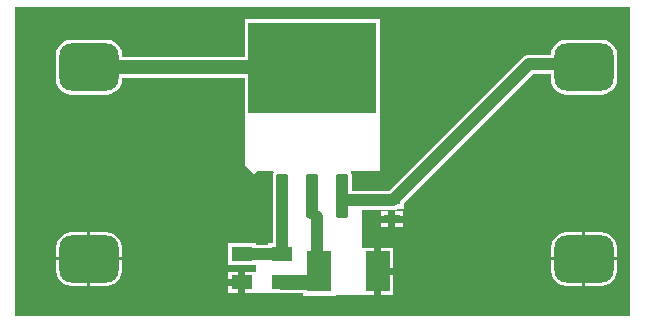
<source format=gtl>
G04*
G04 #@! TF.GenerationSoftware,Altium Limited,Altium Designer,22.9.1 (49)*
G04*
G04 Layer_Physical_Order=1*
G04 Layer_Color=255*
%FSLAX44Y44*%
%MOMM*%
G71*
G04*
G04 #@! TF.SameCoordinates,59EC4BF1-2BCA-4342-B93F-3057B8F9A546*
G04*
G04*
G04 #@! TF.FilePolarity,Positive*
G04*
G01*
G75*
%ADD13C,0.2540*%
G04:AMPARAMS|DCode=14|XSize=5mm|YSize=4mm|CornerRadius=1mm|HoleSize=0mm|Usage=FLASHONLY|Rotation=0.000|XOffset=0mm|YOffset=0mm|HoleType=Round|Shape=RoundedRectangle|*
%AMROUNDEDRECTD14*
21,1,5.0000,2.0000,0,0,0.0*
21,1,3.0000,4.0000,0,0,0.0*
1,1,2.0000,1.5000,-1.0000*
1,1,2.0000,-1.5000,-1.0000*
1,1,2.0000,-1.5000,1.0000*
1,1,2.0000,1.5000,1.0000*
%
%ADD14ROUNDEDRECTD14*%
G04:AMPARAMS|DCode=15|XSize=3.79mm|YSize=0.99mm|CornerRadius=0.1238mm|HoleSize=0mm|Usage=FLASHONLY|Rotation=90.000|XOffset=0mm|YOffset=0mm|HoleType=Round|Shape=RoundedRectangle|*
%AMROUNDEDRECTD15*
21,1,3.7900,0.7425,0,0,90.0*
21,1,3.5425,0.9900,0,0,90.0*
1,1,0.2475,0.3713,1.7713*
1,1,0.2475,0.3713,-1.7713*
1,1,0.2475,-0.3713,-1.7713*
1,1,0.2475,-0.3713,1.7713*
%
%ADD15ROUNDEDRECTD15*%
%ADD16R,1.4000X0.8000*%
%ADD17R,1.8000X1.2000*%
%ADD18R,2.0700X3.5100*%
%ADD25R,10.8400X7.6200*%
%ADD26C,1.2000*%
%ADD27C,1.0000*%
%ADD28C,0.3000*%
%ADD29C,1.2500*%
G36*
X1211580Y274320D02*
X690880D01*
Y535940D01*
X1211580D01*
Y274320D01*
D02*
G37*
%LPC*%
G36*
X999540Y525820D02*
X885140D01*
Y494218D01*
X781222D01*
Y495140D01*
X780775Y498534D01*
X779465Y501696D01*
X777382Y504412D01*
X774666Y506496D01*
X771504Y507805D01*
X768110Y508252D01*
X738110D01*
X734716Y507805D01*
X731554Y506496D01*
X728838Y504412D01*
X726755Y501696D01*
X725445Y498534D01*
X724998Y495140D01*
Y475140D01*
X725445Y471746D01*
X726755Y468584D01*
X728838Y465868D01*
X731554Y463784D01*
X734716Y462475D01*
X738110Y462028D01*
X768110D01*
X771504Y462475D01*
X774666Y463784D01*
X777382Y465868D01*
X779465Y468584D01*
X780775Y471746D01*
X781222Y475140D01*
Y476062D01*
X885140D01*
Y443620D01*
Y402640D01*
X892810Y394970D01*
X895350Y397510D01*
X909291D01*
X909873Y396240D01*
X909236Y395286D01*
X908907Y393633D01*
Y376194D01*
X908871Y375920D01*
Y335960D01*
X904940D01*
Y335029D01*
X894650D01*
Y335960D01*
X870650D01*
Y317960D01*
X894650D01*
Y312579D01*
X894190Y311500D01*
X893380Y311500D01*
X885650D01*
Y302960D01*
Y294420D01*
X893571D01*
X894650Y293960D01*
X895526Y293960D01*
X914497D01*
X914525Y293948D01*
X916940Y293630D01*
X934760D01*
Y291870D01*
X961460D01*
X961920Y292330D01*
X994530D01*
Y312420D01*
Y332510D01*
X984640D01*
Y362830D01*
X984222Y363248D01*
X984708Y364421D01*
X1010650D01*
X1012738Y364696D01*
X1014656Y365490D01*
X1019650D01*
Y370079D01*
X1129182Y479611D01*
X1144098D01*
Y475140D01*
X1144545Y471746D01*
X1145854Y468584D01*
X1147938Y465868D01*
X1150654Y463784D01*
X1153816Y462475D01*
X1157210Y462028D01*
X1187210D01*
X1190604Y462475D01*
X1193766Y463784D01*
X1196482Y465868D01*
X1198566Y468584D01*
X1199875Y471746D01*
X1200322Y475140D01*
Y495140D01*
X1199875Y498534D01*
X1198566Y501696D01*
X1196482Y504412D01*
X1193766Y506496D01*
X1190604Y507805D01*
X1187210Y508252D01*
X1157210D01*
X1153816Y507805D01*
X1150654Y506496D01*
X1147938Y504412D01*
X1145854Y501696D01*
X1144545Y498534D01*
X1144178Y495749D01*
X1125840D01*
X1123752Y495474D01*
X1121805Y494668D01*
X1120134Y493386D01*
X1007308Y380559D01*
X975773D01*
Y393633D01*
X975444Y395286D01*
X974807Y396240D01*
X975389Y397510D01*
X999490D01*
Y443570D01*
X999540Y443620D01*
Y525820D01*
D02*
G37*
G36*
X1019190Y363030D02*
X1012650D01*
Y359490D01*
X1019190D01*
Y363030D01*
D02*
G37*
G36*
X1006650D02*
X1000110D01*
Y359490D01*
X1006650D01*
Y363030D01*
D02*
G37*
G36*
X1019190Y353490D02*
X1012650D01*
Y349950D01*
X1019190D01*
Y353490D01*
D02*
G37*
G36*
X1006650D02*
X1000110D01*
Y349950D01*
X1006650D01*
Y353490D01*
D02*
G37*
G36*
X1187210Y345526D02*
X1173480D01*
Y324148D01*
X1199858D01*
Y332878D01*
X1199427Y336152D01*
X1198164Y339202D01*
X1196154Y341822D01*
X1193534Y343832D01*
X1190484Y345095D01*
X1187210Y345526D01*
D02*
G37*
G36*
X1170940D02*
X1157210D01*
X1153936Y345095D01*
X1150886Y343832D01*
X1148266Y341822D01*
X1146256Y339202D01*
X1144993Y336152D01*
X1144562Y332878D01*
Y324148D01*
X1170940D01*
Y345526D01*
D02*
G37*
G36*
X768110D02*
X754380D01*
Y324148D01*
X780758D01*
Y332878D01*
X780327Y336152D01*
X779064Y339202D01*
X777054Y341822D01*
X774434Y343832D01*
X771384Y345095D01*
X768110Y345526D01*
D02*
G37*
G36*
X751840D02*
X738110D01*
X734836Y345095D01*
X731786Y343832D01*
X729166Y341822D01*
X727156Y339202D01*
X725893Y336152D01*
X725462Y332878D01*
Y324148D01*
X751840D01*
Y345526D01*
D02*
G37*
G36*
X1010420Y332510D02*
X1000530D01*
Y315420D01*
X1010420D01*
Y332510D01*
D02*
G37*
G36*
X879650Y311500D02*
X871110D01*
Y305960D01*
X879650D01*
Y311500D01*
D02*
G37*
G36*
X1199858Y321608D02*
X1173480D01*
Y300230D01*
X1187210D01*
X1190484Y300661D01*
X1193534Y301924D01*
X1196154Y303934D01*
X1198164Y306554D01*
X1199427Y309604D01*
X1199858Y312878D01*
Y321608D01*
D02*
G37*
G36*
X1170940D02*
X1144562D01*
Y312878D01*
X1144993Y309604D01*
X1146256Y306554D01*
X1148266Y303934D01*
X1150886Y301924D01*
X1153936Y300661D01*
X1157210Y300230D01*
X1170940D01*
Y321608D01*
D02*
G37*
G36*
X780758D02*
X754380D01*
Y300230D01*
X768110D01*
X771384Y300661D01*
X774434Y301924D01*
X777054Y303934D01*
X779064Y306554D01*
X780327Y309604D01*
X780758Y312878D01*
Y321608D01*
D02*
G37*
G36*
X751840D02*
X725462D01*
Y312878D01*
X725893Y309604D01*
X727156Y306554D01*
X729166Y303934D01*
X731786Y301924D01*
X734836Y300661D01*
X738110Y300230D01*
X751840D01*
Y321608D01*
D02*
G37*
G36*
X879650Y299960D02*
X871110D01*
Y294420D01*
X879650D01*
Y299960D01*
D02*
G37*
G36*
X1010420Y309420D02*
X1000530D01*
Y292330D01*
X1010420D01*
Y309420D01*
D02*
G37*
%LPD*%
D13*
X918560Y326960D02*
X923290Y331690D01*
X916940Y326960D02*
X918560D01*
D14*
X1172210Y322878D02*
D03*
X753110D02*
D03*
Y485140D02*
D03*
X1172210D02*
D03*
D15*
X916940Y375920D02*
D03*
X942340D02*
D03*
X967740D02*
D03*
D16*
X1009650Y356490D02*
D03*
Y372490D02*
D03*
D17*
X916940Y302960D02*
D03*
Y326960D02*
D03*
X882650Y326960D02*
D03*
Y302960D02*
D03*
D18*
X948110Y312420D02*
D03*
X997530D02*
D03*
D25*
X942340Y484720D02*
D03*
D26*
X753110Y485140D02*
X941920D01*
X942340Y484720D01*
X930422Y472802D02*
X942340Y484720D01*
X925021Y472802D02*
X930422D01*
X768110Y484041D02*
X768415D01*
X753110Y485140D02*
X768110Y484041D01*
D27*
X1125840Y487680D02*
X1172210D01*
X1010650Y372490D02*
X1125840Y487680D01*
X882650Y326960D02*
X916940D01*
X882650Y326960D02*
X882650Y326960D01*
X916940D02*
X916940Y326960D01*
X947270Y323850D02*
X949960D01*
X946150Y324970D02*
Y358210D01*
X942390Y361970D02*
Y375870D01*
X942340Y375920D02*
X942390Y375870D01*
X946150Y324970D02*
X947270Y323850D01*
X942390Y361970D02*
X946150Y358210D01*
X1009650Y372490D02*
X1010650D01*
X971170D02*
X1009650D01*
X916940Y329150D02*
Y375920D01*
D28*
X948110Y322000D02*
X949960Y323850D01*
X948110Y312420D02*
Y322000D01*
X967740Y375920D02*
X971170Y372490D01*
X939260Y299150D02*
X948110Y308000D01*
D29*
Y312420D01*
Y307060D02*
Y308000D01*
X944010Y302960D02*
X948110Y307060D01*
X916940Y302960D02*
X944010D01*
M02*

</source>
